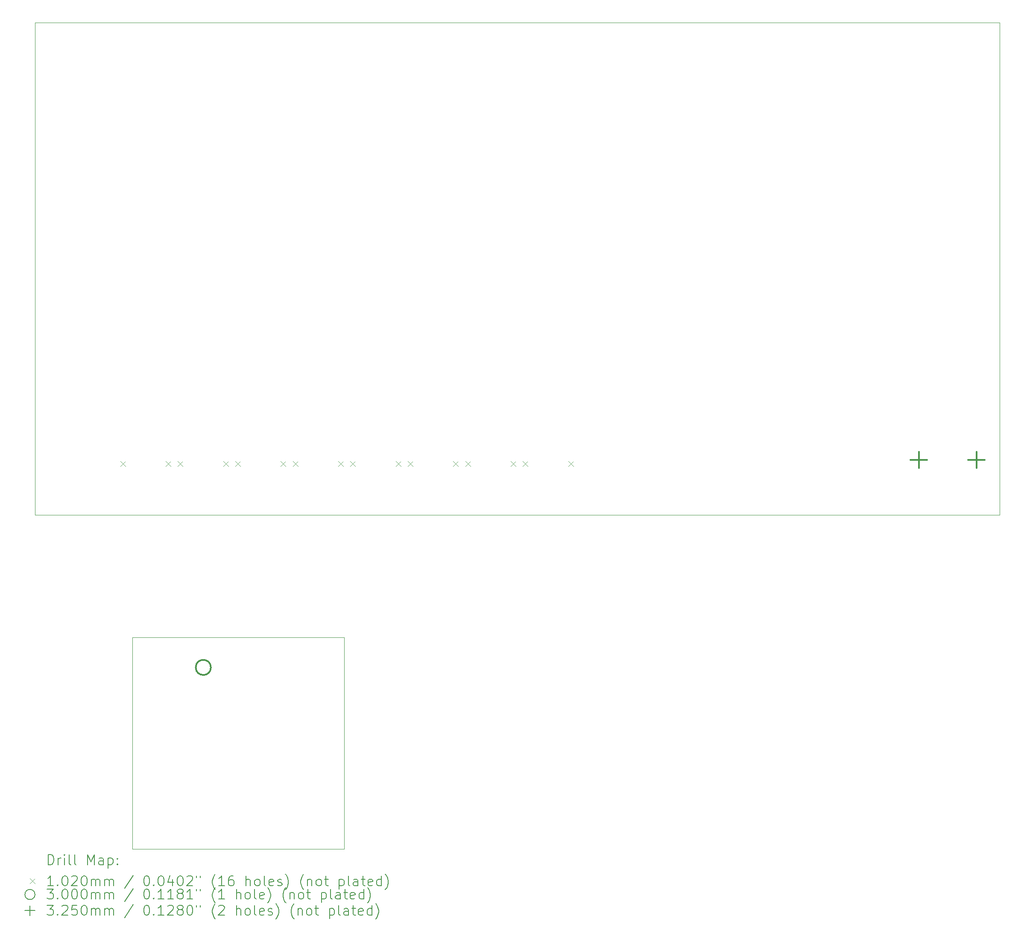
<source format=gbr>
%TF.GenerationSoftware,KiCad,Pcbnew,8.0.9*%
%TF.CreationDate,2025-08-04T10:44:07+12:00*%
%TF.ProjectId,xymatics-e64,78796d61-7469-4637-932d-6536342e6b69,rev?*%
%TF.SameCoordinates,Original*%
%TF.FileFunction,Drillmap*%
%TF.FilePolarity,Positive*%
%FSLAX45Y45*%
G04 Gerber Fmt 4.5, Leading zero omitted, Abs format (unit mm)*
G04 Created by KiCad (PCBNEW 8.0.9) date 2025-08-04 10:44:07*
%MOMM*%
%LPD*%
G01*
G04 APERTURE LIST*
%ADD10C,0.050000*%
%ADD11C,0.200000*%
%ADD12C,0.102000*%
%ADD13C,0.300000*%
%ADD14C,0.325000*%
G04 APERTURE END LIST*
D10*
X7400000Y-14800000D02*
X11600000Y-14800000D01*
X11600000Y-19000000D01*
X7400000Y-19000000D01*
X7400000Y-14800000D01*
X5475000Y-2600000D02*
X24600000Y-2600000D01*
X24600000Y-12375000D01*
X5475000Y-12375000D01*
X5475000Y-2600000D01*
D11*
D12*
X7164000Y-11305000D02*
X7266000Y-11407000D01*
X7266000Y-11305000D02*
X7164000Y-11407000D01*
X8064000Y-11305000D02*
X8166000Y-11407000D01*
X8166000Y-11305000D02*
X8064000Y-11407000D01*
X8304000Y-11305000D02*
X8406000Y-11407000D01*
X8406000Y-11305000D02*
X8304000Y-11407000D01*
X9204000Y-11305000D02*
X9306000Y-11407000D01*
X9306000Y-11305000D02*
X9204000Y-11407000D01*
X9444000Y-11305000D02*
X9546000Y-11407000D01*
X9546000Y-11305000D02*
X9444000Y-11407000D01*
X10344000Y-11305000D02*
X10446000Y-11407000D01*
X10446000Y-11305000D02*
X10344000Y-11407000D01*
X10584000Y-11305000D02*
X10686000Y-11407000D01*
X10686000Y-11305000D02*
X10584000Y-11407000D01*
X11484000Y-11305000D02*
X11586000Y-11407000D01*
X11586000Y-11305000D02*
X11484000Y-11407000D01*
X11724000Y-11305000D02*
X11826000Y-11407000D01*
X11826000Y-11305000D02*
X11724000Y-11407000D01*
X12624000Y-11305000D02*
X12726000Y-11407000D01*
X12726000Y-11305000D02*
X12624000Y-11407000D01*
X12864000Y-11305000D02*
X12966000Y-11407000D01*
X12966000Y-11305000D02*
X12864000Y-11407000D01*
X13764000Y-11305000D02*
X13866000Y-11407000D01*
X13866000Y-11305000D02*
X13764000Y-11407000D01*
X14004000Y-11305000D02*
X14106000Y-11407000D01*
X14106000Y-11305000D02*
X14004000Y-11407000D01*
X14904000Y-11305000D02*
X15006000Y-11407000D01*
X15006000Y-11305000D02*
X14904000Y-11407000D01*
X15144000Y-11305000D02*
X15246000Y-11407000D01*
X15246000Y-11305000D02*
X15144000Y-11407000D01*
X16044000Y-11305000D02*
X16146000Y-11407000D01*
X16146000Y-11305000D02*
X16044000Y-11407000D01*
D13*
X8960000Y-15400000D02*
G75*
G02*
X8660000Y-15400000I-150000J0D01*
G01*
X8660000Y-15400000D02*
G75*
G02*
X8960000Y-15400000I150000J0D01*
G01*
D14*
X22996500Y-11117500D02*
X22996500Y-11442500D01*
X22834000Y-11280000D02*
X23159000Y-11280000D01*
X24139500Y-11117500D02*
X24139500Y-11442500D01*
X23977000Y-11280000D02*
X24302000Y-11280000D01*
D11*
X5733277Y-19313984D02*
X5733277Y-19113984D01*
X5733277Y-19113984D02*
X5780896Y-19113984D01*
X5780896Y-19113984D02*
X5809467Y-19123508D01*
X5809467Y-19123508D02*
X5828515Y-19142555D01*
X5828515Y-19142555D02*
X5838039Y-19161603D01*
X5838039Y-19161603D02*
X5847562Y-19199698D01*
X5847562Y-19199698D02*
X5847562Y-19228270D01*
X5847562Y-19228270D02*
X5838039Y-19266365D01*
X5838039Y-19266365D02*
X5828515Y-19285412D01*
X5828515Y-19285412D02*
X5809467Y-19304460D01*
X5809467Y-19304460D02*
X5780896Y-19313984D01*
X5780896Y-19313984D02*
X5733277Y-19313984D01*
X5933277Y-19313984D02*
X5933277Y-19180650D01*
X5933277Y-19218746D02*
X5942801Y-19199698D01*
X5942801Y-19199698D02*
X5952324Y-19190174D01*
X5952324Y-19190174D02*
X5971372Y-19180650D01*
X5971372Y-19180650D02*
X5990420Y-19180650D01*
X6057086Y-19313984D02*
X6057086Y-19180650D01*
X6057086Y-19113984D02*
X6047562Y-19123508D01*
X6047562Y-19123508D02*
X6057086Y-19133031D01*
X6057086Y-19133031D02*
X6066610Y-19123508D01*
X6066610Y-19123508D02*
X6057086Y-19113984D01*
X6057086Y-19113984D02*
X6057086Y-19133031D01*
X6180896Y-19313984D02*
X6161848Y-19304460D01*
X6161848Y-19304460D02*
X6152324Y-19285412D01*
X6152324Y-19285412D02*
X6152324Y-19113984D01*
X6285658Y-19313984D02*
X6266610Y-19304460D01*
X6266610Y-19304460D02*
X6257086Y-19285412D01*
X6257086Y-19285412D02*
X6257086Y-19113984D01*
X6514229Y-19313984D02*
X6514229Y-19113984D01*
X6514229Y-19113984D02*
X6580896Y-19256841D01*
X6580896Y-19256841D02*
X6647562Y-19113984D01*
X6647562Y-19113984D02*
X6647562Y-19313984D01*
X6828515Y-19313984D02*
X6828515Y-19209222D01*
X6828515Y-19209222D02*
X6818991Y-19190174D01*
X6818991Y-19190174D02*
X6799943Y-19180650D01*
X6799943Y-19180650D02*
X6761848Y-19180650D01*
X6761848Y-19180650D02*
X6742801Y-19190174D01*
X6828515Y-19304460D02*
X6809467Y-19313984D01*
X6809467Y-19313984D02*
X6761848Y-19313984D01*
X6761848Y-19313984D02*
X6742801Y-19304460D01*
X6742801Y-19304460D02*
X6733277Y-19285412D01*
X6733277Y-19285412D02*
X6733277Y-19266365D01*
X6733277Y-19266365D02*
X6742801Y-19247317D01*
X6742801Y-19247317D02*
X6761848Y-19237793D01*
X6761848Y-19237793D02*
X6809467Y-19237793D01*
X6809467Y-19237793D02*
X6828515Y-19228270D01*
X6923753Y-19180650D02*
X6923753Y-19380650D01*
X6923753Y-19190174D02*
X6942801Y-19180650D01*
X6942801Y-19180650D02*
X6980896Y-19180650D01*
X6980896Y-19180650D02*
X6999943Y-19190174D01*
X6999943Y-19190174D02*
X7009467Y-19199698D01*
X7009467Y-19199698D02*
X7018991Y-19218746D01*
X7018991Y-19218746D02*
X7018991Y-19275889D01*
X7018991Y-19275889D02*
X7009467Y-19294936D01*
X7009467Y-19294936D02*
X6999943Y-19304460D01*
X6999943Y-19304460D02*
X6980896Y-19313984D01*
X6980896Y-19313984D02*
X6942801Y-19313984D01*
X6942801Y-19313984D02*
X6923753Y-19304460D01*
X7104705Y-19294936D02*
X7114229Y-19304460D01*
X7114229Y-19304460D02*
X7104705Y-19313984D01*
X7104705Y-19313984D02*
X7095182Y-19304460D01*
X7095182Y-19304460D02*
X7104705Y-19294936D01*
X7104705Y-19294936D02*
X7104705Y-19313984D01*
X7104705Y-19190174D02*
X7114229Y-19199698D01*
X7114229Y-19199698D02*
X7104705Y-19209222D01*
X7104705Y-19209222D02*
X7095182Y-19199698D01*
X7095182Y-19199698D02*
X7104705Y-19190174D01*
X7104705Y-19190174D02*
X7104705Y-19209222D01*
D12*
X5370500Y-19591500D02*
X5472500Y-19693500D01*
X5472500Y-19591500D02*
X5370500Y-19693500D01*
D11*
X5838039Y-19733984D02*
X5723753Y-19733984D01*
X5780896Y-19733984D02*
X5780896Y-19533984D01*
X5780896Y-19533984D02*
X5761848Y-19562555D01*
X5761848Y-19562555D02*
X5742801Y-19581603D01*
X5742801Y-19581603D02*
X5723753Y-19591127D01*
X5923753Y-19714936D02*
X5933277Y-19724460D01*
X5933277Y-19724460D02*
X5923753Y-19733984D01*
X5923753Y-19733984D02*
X5914229Y-19724460D01*
X5914229Y-19724460D02*
X5923753Y-19714936D01*
X5923753Y-19714936D02*
X5923753Y-19733984D01*
X6057086Y-19533984D02*
X6076134Y-19533984D01*
X6076134Y-19533984D02*
X6095182Y-19543508D01*
X6095182Y-19543508D02*
X6104705Y-19553031D01*
X6104705Y-19553031D02*
X6114229Y-19572079D01*
X6114229Y-19572079D02*
X6123753Y-19610174D01*
X6123753Y-19610174D02*
X6123753Y-19657793D01*
X6123753Y-19657793D02*
X6114229Y-19695889D01*
X6114229Y-19695889D02*
X6104705Y-19714936D01*
X6104705Y-19714936D02*
X6095182Y-19724460D01*
X6095182Y-19724460D02*
X6076134Y-19733984D01*
X6076134Y-19733984D02*
X6057086Y-19733984D01*
X6057086Y-19733984D02*
X6038039Y-19724460D01*
X6038039Y-19724460D02*
X6028515Y-19714936D01*
X6028515Y-19714936D02*
X6018991Y-19695889D01*
X6018991Y-19695889D02*
X6009467Y-19657793D01*
X6009467Y-19657793D02*
X6009467Y-19610174D01*
X6009467Y-19610174D02*
X6018991Y-19572079D01*
X6018991Y-19572079D02*
X6028515Y-19553031D01*
X6028515Y-19553031D02*
X6038039Y-19543508D01*
X6038039Y-19543508D02*
X6057086Y-19533984D01*
X6199943Y-19553031D02*
X6209467Y-19543508D01*
X6209467Y-19543508D02*
X6228515Y-19533984D01*
X6228515Y-19533984D02*
X6276134Y-19533984D01*
X6276134Y-19533984D02*
X6295182Y-19543508D01*
X6295182Y-19543508D02*
X6304705Y-19553031D01*
X6304705Y-19553031D02*
X6314229Y-19572079D01*
X6314229Y-19572079D02*
X6314229Y-19591127D01*
X6314229Y-19591127D02*
X6304705Y-19619698D01*
X6304705Y-19619698D02*
X6190420Y-19733984D01*
X6190420Y-19733984D02*
X6314229Y-19733984D01*
X6438039Y-19533984D02*
X6457086Y-19533984D01*
X6457086Y-19533984D02*
X6476134Y-19543508D01*
X6476134Y-19543508D02*
X6485658Y-19553031D01*
X6485658Y-19553031D02*
X6495182Y-19572079D01*
X6495182Y-19572079D02*
X6504705Y-19610174D01*
X6504705Y-19610174D02*
X6504705Y-19657793D01*
X6504705Y-19657793D02*
X6495182Y-19695889D01*
X6495182Y-19695889D02*
X6485658Y-19714936D01*
X6485658Y-19714936D02*
X6476134Y-19724460D01*
X6476134Y-19724460D02*
X6457086Y-19733984D01*
X6457086Y-19733984D02*
X6438039Y-19733984D01*
X6438039Y-19733984D02*
X6418991Y-19724460D01*
X6418991Y-19724460D02*
X6409467Y-19714936D01*
X6409467Y-19714936D02*
X6399943Y-19695889D01*
X6399943Y-19695889D02*
X6390420Y-19657793D01*
X6390420Y-19657793D02*
X6390420Y-19610174D01*
X6390420Y-19610174D02*
X6399943Y-19572079D01*
X6399943Y-19572079D02*
X6409467Y-19553031D01*
X6409467Y-19553031D02*
X6418991Y-19543508D01*
X6418991Y-19543508D02*
X6438039Y-19533984D01*
X6590420Y-19733984D02*
X6590420Y-19600650D01*
X6590420Y-19619698D02*
X6599943Y-19610174D01*
X6599943Y-19610174D02*
X6618991Y-19600650D01*
X6618991Y-19600650D02*
X6647563Y-19600650D01*
X6647563Y-19600650D02*
X6666610Y-19610174D01*
X6666610Y-19610174D02*
X6676134Y-19629222D01*
X6676134Y-19629222D02*
X6676134Y-19733984D01*
X6676134Y-19629222D02*
X6685658Y-19610174D01*
X6685658Y-19610174D02*
X6704705Y-19600650D01*
X6704705Y-19600650D02*
X6733277Y-19600650D01*
X6733277Y-19600650D02*
X6752324Y-19610174D01*
X6752324Y-19610174D02*
X6761848Y-19629222D01*
X6761848Y-19629222D02*
X6761848Y-19733984D01*
X6857086Y-19733984D02*
X6857086Y-19600650D01*
X6857086Y-19619698D02*
X6866610Y-19610174D01*
X6866610Y-19610174D02*
X6885658Y-19600650D01*
X6885658Y-19600650D02*
X6914229Y-19600650D01*
X6914229Y-19600650D02*
X6933277Y-19610174D01*
X6933277Y-19610174D02*
X6942801Y-19629222D01*
X6942801Y-19629222D02*
X6942801Y-19733984D01*
X6942801Y-19629222D02*
X6952324Y-19610174D01*
X6952324Y-19610174D02*
X6971372Y-19600650D01*
X6971372Y-19600650D02*
X6999943Y-19600650D01*
X6999943Y-19600650D02*
X7018991Y-19610174D01*
X7018991Y-19610174D02*
X7028515Y-19629222D01*
X7028515Y-19629222D02*
X7028515Y-19733984D01*
X7418991Y-19524460D02*
X7247563Y-19781603D01*
X7676134Y-19533984D02*
X7695182Y-19533984D01*
X7695182Y-19533984D02*
X7714229Y-19543508D01*
X7714229Y-19543508D02*
X7723753Y-19553031D01*
X7723753Y-19553031D02*
X7733277Y-19572079D01*
X7733277Y-19572079D02*
X7742801Y-19610174D01*
X7742801Y-19610174D02*
X7742801Y-19657793D01*
X7742801Y-19657793D02*
X7733277Y-19695889D01*
X7733277Y-19695889D02*
X7723753Y-19714936D01*
X7723753Y-19714936D02*
X7714229Y-19724460D01*
X7714229Y-19724460D02*
X7695182Y-19733984D01*
X7695182Y-19733984D02*
X7676134Y-19733984D01*
X7676134Y-19733984D02*
X7657086Y-19724460D01*
X7657086Y-19724460D02*
X7647563Y-19714936D01*
X7647563Y-19714936D02*
X7638039Y-19695889D01*
X7638039Y-19695889D02*
X7628515Y-19657793D01*
X7628515Y-19657793D02*
X7628515Y-19610174D01*
X7628515Y-19610174D02*
X7638039Y-19572079D01*
X7638039Y-19572079D02*
X7647563Y-19553031D01*
X7647563Y-19553031D02*
X7657086Y-19543508D01*
X7657086Y-19543508D02*
X7676134Y-19533984D01*
X7828515Y-19714936D02*
X7838039Y-19724460D01*
X7838039Y-19724460D02*
X7828515Y-19733984D01*
X7828515Y-19733984D02*
X7818991Y-19724460D01*
X7818991Y-19724460D02*
X7828515Y-19714936D01*
X7828515Y-19714936D02*
X7828515Y-19733984D01*
X7961848Y-19533984D02*
X7980896Y-19533984D01*
X7980896Y-19533984D02*
X7999944Y-19543508D01*
X7999944Y-19543508D02*
X8009467Y-19553031D01*
X8009467Y-19553031D02*
X8018991Y-19572079D01*
X8018991Y-19572079D02*
X8028515Y-19610174D01*
X8028515Y-19610174D02*
X8028515Y-19657793D01*
X8028515Y-19657793D02*
X8018991Y-19695889D01*
X8018991Y-19695889D02*
X8009467Y-19714936D01*
X8009467Y-19714936D02*
X7999944Y-19724460D01*
X7999944Y-19724460D02*
X7980896Y-19733984D01*
X7980896Y-19733984D02*
X7961848Y-19733984D01*
X7961848Y-19733984D02*
X7942801Y-19724460D01*
X7942801Y-19724460D02*
X7933277Y-19714936D01*
X7933277Y-19714936D02*
X7923753Y-19695889D01*
X7923753Y-19695889D02*
X7914229Y-19657793D01*
X7914229Y-19657793D02*
X7914229Y-19610174D01*
X7914229Y-19610174D02*
X7923753Y-19572079D01*
X7923753Y-19572079D02*
X7933277Y-19553031D01*
X7933277Y-19553031D02*
X7942801Y-19543508D01*
X7942801Y-19543508D02*
X7961848Y-19533984D01*
X8199944Y-19600650D02*
X8199944Y-19733984D01*
X8152325Y-19524460D02*
X8104706Y-19667317D01*
X8104706Y-19667317D02*
X8228515Y-19667317D01*
X8342801Y-19533984D02*
X8361848Y-19533984D01*
X8361848Y-19533984D02*
X8380896Y-19543508D01*
X8380896Y-19543508D02*
X8390420Y-19553031D01*
X8390420Y-19553031D02*
X8399944Y-19572079D01*
X8399944Y-19572079D02*
X8409468Y-19610174D01*
X8409468Y-19610174D02*
X8409468Y-19657793D01*
X8409468Y-19657793D02*
X8399944Y-19695889D01*
X8399944Y-19695889D02*
X8390420Y-19714936D01*
X8390420Y-19714936D02*
X8380896Y-19724460D01*
X8380896Y-19724460D02*
X8361848Y-19733984D01*
X8361848Y-19733984D02*
X8342801Y-19733984D01*
X8342801Y-19733984D02*
X8323753Y-19724460D01*
X8323753Y-19724460D02*
X8314229Y-19714936D01*
X8314229Y-19714936D02*
X8304706Y-19695889D01*
X8304706Y-19695889D02*
X8295182Y-19657793D01*
X8295182Y-19657793D02*
X8295182Y-19610174D01*
X8295182Y-19610174D02*
X8304706Y-19572079D01*
X8304706Y-19572079D02*
X8314229Y-19553031D01*
X8314229Y-19553031D02*
X8323753Y-19543508D01*
X8323753Y-19543508D02*
X8342801Y-19533984D01*
X8485658Y-19553031D02*
X8495182Y-19543508D01*
X8495182Y-19543508D02*
X8514229Y-19533984D01*
X8514229Y-19533984D02*
X8561849Y-19533984D01*
X8561849Y-19533984D02*
X8580896Y-19543508D01*
X8580896Y-19543508D02*
X8590420Y-19553031D01*
X8590420Y-19553031D02*
X8599944Y-19572079D01*
X8599944Y-19572079D02*
X8599944Y-19591127D01*
X8599944Y-19591127D02*
X8590420Y-19619698D01*
X8590420Y-19619698D02*
X8476134Y-19733984D01*
X8476134Y-19733984D02*
X8599944Y-19733984D01*
X8676134Y-19533984D02*
X8676134Y-19572079D01*
X8752325Y-19533984D02*
X8752325Y-19572079D01*
X9047563Y-19810174D02*
X9038039Y-19800650D01*
X9038039Y-19800650D02*
X9018991Y-19772079D01*
X9018991Y-19772079D02*
X9009468Y-19753031D01*
X9009468Y-19753031D02*
X8999944Y-19724460D01*
X8999944Y-19724460D02*
X8990420Y-19676841D01*
X8990420Y-19676841D02*
X8990420Y-19638746D01*
X8990420Y-19638746D02*
X8999944Y-19591127D01*
X8999944Y-19591127D02*
X9009468Y-19562555D01*
X9009468Y-19562555D02*
X9018991Y-19543508D01*
X9018991Y-19543508D02*
X9038039Y-19514936D01*
X9038039Y-19514936D02*
X9047563Y-19505412D01*
X9228515Y-19733984D02*
X9114230Y-19733984D01*
X9171372Y-19733984D02*
X9171372Y-19533984D01*
X9171372Y-19533984D02*
X9152325Y-19562555D01*
X9152325Y-19562555D02*
X9133277Y-19581603D01*
X9133277Y-19581603D02*
X9114230Y-19591127D01*
X9399944Y-19533984D02*
X9361849Y-19533984D01*
X9361849Y-19533984D02*
X9342801Y-19543508D01*
X9342801Y-19543508D02*
X9333277Y-19553031D01*
X9333277Y-19553031D02*
X9314230Y-19581603D01*
X9314230Y-19581603D02*
X9304706Y-19619698D01*
X9304706Y-19619698D02*
X9304706Y-19695889D01*
X9304706Y-19695889D02*
X9314230Y-19714936D01*
X9314230Y-19714936D02*
X9323753Y-19724460D01*
X9323753Y-19724460D02*
X9342801Y-19733984D01*
X9342801Y-19733984D02*
X9380896Y-19733984D01*
X9380896Y-19733984D02*
X9399944Y-19724460D01*
X9399944Y-19724460D02*
X9409468Y-19714936D01*
X9409468Y-19714936D02*
X9418991Y-19695889D01*
X9418991Y-19695889D02*
X9418991Y-19648270D01*
X9418991Y-19648270D02*
X9409468Y-19629222D01*
X9409468Y-19629222D02*
X9399944Y-19619698D01*
X9399944Y-19619698D02*
X9380896Y-19610174D01*
X9380896Y-19610174D02*
X9342801Y-19610174D01*
X9342801Y-19610174D02*
X9323753Y-19619698D01*
X9323753Y-19619698D02*
X9314230Y-19629222D01*
X9314230Y-19629222D02*
X9304706Y-19648270D01*
X9657087Y-19733984D02*
X9657087Y-19533984D01*
X9742801Y-19733984D02*
X9742801Y-19629222D01*
X9742801Y-19629222D02*
X9733277Y-19610174D01*
X9733277Y-19610174D02*
X9714230Y-19600650D01*
X9714230Y-19600650D02*
X9685658Y-19600650D01*
X9685658Y-19600650D02*
X9666611Y-19610174D01*
X9666611Y-19610174D02*
X9657087Y-19619698D01*
X9866611Y-19733984D02*
X9847563Y-19724460D01*
X9847563Y-19724460D02*
X9838039Y-19714936D01*
X9838039Y-19714936D02*
X9828515Y-19695889D01*
X9828515Y-19695889D02*
X9828515Y-19638746D01*
X9828515Y-19638746D02*
X9838039Y-19619698D01*
X9838039Y-19619698D02*
X9847563Y-19610174D01*
X9847563Y-19610174D02*
X9866611Y-19600650D01*
X9866611Y-19600650D02*
X9895182Y-19600650D01*
X9895182Y-19600650D02*
X9914230Y-19610174D01*
X9914230Y-19610174D02*
X9923753Y-19619698D01*
X9923753Y-19619698D02*
X9933277Y-19638746D01*
X9933277Y-19638746D02*
X9933277Y-19695889D01*
X9933277Y-19695889D02*
X9923753Y-19714936D01*
X9923753Y-19714936D02*
X9914230Y-19724460D01*
X9914230Y-19724460D02*
X9895182Y-19733984D01*
X9895182Y-19733984D02*
X9866611Y-19733984D01*
X10047563Y-19733984D02*
X10028515Y-19724460D01*
X10028515Y-19724460D02*
X10018992Y-19705412D01*
X10018992Y-19705412D02*
X10018992Y-19533984D01*
X10199944Y-19724460D02*
X10180896Y-19733984D01*
X10180896Y-19733984D02*
X10142801Y-19733984D01*
X10142801Y-19733984D02*
X10123753Y-19724460D01*
X10123753Y-19724460D02*
X10114230Y-19705412D01*
X10114230Y-19705412D02*
X10114230Y-19629222D01*
X10114230Y-19629222D02*
X10123753Y-19610174D01*
X10123753Y-19610174D02*
X10142801Y-19600650D01*
X10142801Y-19600650D02*
X10180896Y-19600650D01*
X10180896Y-19600650D02*
X10199944Y-19610174D01*
X10199944Y-19610174D02*
X10209468Y-19629222D01*
X10209468Y-19629222D02*
X10209468Y-19648270D01*
X10209468Y-19648270D02*
X10114230Y-19667317D01*
X10285658Y-19724460D02*
X10304706Y-19733984D01*
X10304706Y-19733984D02*
X10342801Y-19733984D01*
X10342801Y-19733984D02*
X10361849Y-19724460D01*
X10361849Y-19724460D02*
X10371373Y-19705412D01*
X10371373Y-19705412D02*
X10371373Y-19695889D01*
X10371373Y-19695889D02*
X10361849Y-19676841D01*
X10361849Y-19676841D02*
X10342801Y-19667317D01*
X10342801Y-19667317D02*
X10314230Y-19667317D01*
X10314230Y-19667317D02*
X10295182Y-19657793D01*
X10295182Y-19657793D02*
X10285658Y-19638746D01*
X10285658Y-19638746D02*
X10285658Y-19629222D01*
X10285658Y-19629222D02*
X10295182Y-19610174D01*
X10295182Y-19610174D02*
X10314230Y-19600650D01*
X10314230Y-19600650D02*
X10342801Y-19600650D01*
X10342801Y-19600650D02*
X10361849Y-19610174D01*
X10438039Y-19810174D02*
X10447563Y-19800650D01*
X10447563Y-19800650D02*
X10466611Y-19772079D01*
X10466611Y-19772079D02*
X10476134Y-19753031D01*
X10476134Y-19753031D02*
X10485658Y-19724460D01*
X10485658Y-19724460D02*
X10495182Y-19676841D01*
X10495182Y-19676841D02*
X10495182Y-19638746D01*
X10495182Y-19638746D02*
X10485658Y-19591127D01*
X10485658Y-19591127D02*
X10476134Y-19562555D01*
X10476134Y-19562555D02*
X10466611Y-19543508D01*
X10466611Y-19543508D02*
X10447563Y-19514936D01*
X10447563Y-19514936D02*
X10438039Y-19505412D01*
X10799944Y-19810174D02*
X10790420Y-19800650D01*
X10790420Y-19800650D02*
X10771373Y-19772079D01*
X10771373Y-19772079D02*
X10761849Y-19753031D01*
X10761849Y-19753031D02*
X10752325Y-19724460D01*
X10752325Y-19724460D02*
X10742801Y-19676841D01*
X10742801Y-19676841D02*
X10742801Y-19638746D01*
X10742801Y-19638746D02*
X10752325Y-19591127D01*
X10752325Y-19591127D02*
X10761849Y-19562555D01*
X10761849Y-19562555D02*
X10771373Y-19543508D01*
X10771373Y-19543508D02*
X10790420Y-19514936D01*
X10790420Y-19514936D02*
X10799944Y-19505412D01*
X10876134Y-19600650D02*
X10876134Y-19733984D01*
X10876134Y-19619698D02*
X10885658Y-19610174D01*
X10885658Y-19610174D02*
X10904706Y-19600650D01*
X10904706Y-19600650D02*
X10933277Y-19600650D01*
X10933277Y-19600650D02*
X10952325Y-19610174D01*
X10952325Y-19610174D02*
X10961849Y-19629222D01*
X10961849Y-19629222D02*
X10961849Y-19733984D01*
X11085658Y-19733984D02*
X11066611Y-19724460D01*
X11066611Y-19724460D02*
X11057087Y-19714936D01*
X11057087Y-19714936D02*
X11047563Y-19695889D01*
X11047563Y-19695889D02*
X11047563Y-19638746D01*
X11047563Y-19638746D02*
X11057087Y-19619698D01*
X11057087Y-19619698D02*
X11066611Y-19610174D01*
X11066611Y-19610174D02*
X11085658Y-19600650D01*
X11085658Y-19600650D02*
X11114230Y-19600650D01*
X11114230Y-19600650D02*
X11133277Y-19610174D01*
X11133277Y-19610174D02*
X11142801Y-19619698D01*
X11142801Y-19619698D02*
X11152325Y-19638746D01*
X11152325Y-19638746D02*
X11152325Y-19695889D01*
X11152325Y-19695889D02*
X11142801Y-19714936D01*
X11142801Y-19714936D02*
X11133277Y-19724460D01*
X11133277Y-19724460D02*
X11114230Y-19733984D01*
X11114230Y-19733984D02*
X11085658Y-19733984D01*
X11209468Y-19600650D02*
X11285658Y-19600650D01*
X11238039Y-19533984D02*
X11238039Y-19705412D01*
X11238039Y-19705412D02*
X11247563Y-19724460D01*
X11247563Y-19724460D02*
X11266611Y-19733984D01*
X11266611Y-19733984D02*
X11285658Y-19733984D01*
X11504706Y-19600650D02*
X11504706Y-19800650D01*
X11504706Y-19610174D02*
X11523753Y-19600650D01*
X11523753Y-19600650D02*
X11561849Y-19600650D01*
X11561849Y-19600650D02*
X11580896Y-19610174D01*
X11580896Y-19610174D02*
X11590420Y-19619698D01*
X11590420Y-19619698D02*
X11599944Y-19638746D01*
X11599944Y-19638746D02*
X11599944Y-19695889D01*
X11599944Y-19695889D02*
X11590420Y-19714936D01*
X11590420Y-19714936D02*
X11580896Y-19724460D01*
X11580896Y-19724460D02*
X11561849Y-19733984D01*
X11561849Y-19733984D02*
X11523753Y-19733984D01*
X11523753Y-19733984D02*
X11504706Y-19724460D01*
X11714230Y-19733984D02*
X11695182Y-19724460D01*
X11695182Y-19724460D02*
X11685658Y-19705412D01*
X11685658Y-19705412D02*
X11685658Y-19533984D01*
X11876134Y-19733984D02*
X11876134Y-19629222D01*
X11876134Y-19629222D02*
X11866611Y-19610174D01*
X11866611Y-19610174D02*
X11847563Y-19600650D01*
X11847563Y-19600650D02*
X11809468Y-19600650D01*
X11809468Y-19600650D02*
X11790420Y-19610174D01*
X11876134Y-19724460D02*
X11857087Y-19733984D01*
X11857087Y-19733984D02*
X11809468Y-19733984D01*
X11809468Y-19733984D02*
X11790420Y-19724460D01*
X11790420Y-19724460D02*
X11780896Y-19705412D01*
X11780896Y-19705412D02*
X11780896Y-19686365D01*
X11780896Y-19686365D02*
X11790420Y-19667317D01*
X11790420Y-19667317D02*
X11809468Y-19657793D01*
X11809468Y-19657793D02*
X11857087Y-19657793D01*
X11857087Y-19657793D02*
X11876134Y-19648270D01*
X11942801Y-19600650D02*
X12018992Y-19600650D01*
X11971373Y-19533984D02*
X11971373Y-19705412D01*
X11971373Y-19705412D02*
X11980896Y-19724460D01*
X11980896Y-19724460D02*
X11999944Y-19733984D01*
X11999944Y-19733984D02*
X12018992Y-19733984D01*
X12161849Y-19724460D02*
X12142801Y-19733984D01*
X12142801Y-19733984D02*
X12104706Y-19733984D01*
X12104706Y-19733984D02*
X12085658Y-19724460D01*
X12085658Y-19724460D02*
X12076134Y-19705412D01*
X12076134Y-19705412D02*
X12076134Y-19629222D01*
X12076134Y-19629222D02*
X12085658Y-19610174D01*
X12085658Y-19610174D02*
X12104706Y-19600650D01*
X12104706Y-19600650D02*
X12142801Y-19600650D01*
X12142801Y-19600650D02*
X12161849Y-19610174D01*
X12161849Y-19610174D02*
X12171373Y-19629222D01*
X12171373Y-19629222D02*
X12171373Y-19648270D01*
X12171373Y-19648270D02*
X12076134Y-19667317D01*
X12342801Y-19733984D02*
X12342801Y-19533984D01*
X12342801Y-19724460D02*
X12323754Y-19733984D01*
X12323754Y-19733984D02*
X12285658Y-19733984D01*
X12285658Y-19733984D02*
X12266611Y-19724460D01*
X12266611Y-19724460D02*
X12257087Y-19714936D01*
X12257087Y-19714936D02*
X12247563Y-19695889D01*
X12247563Y-19695889D02*
X12247563Y-19638746D01*
X12247563Y-19638746D02*
X12257087Y-19619698D01*
X12257087Y-19619698D02*
X12266611Y-19610174D01*
X12266611Y-19610174D02*
X12285658Y-19600650D01*
X12285658Y-19600650D02*
X12323754Y-19600650D01*
X12323754Y-19600650D02*
X12342801Y-19610174D01*
X12418992Y-19810174D02*
X12428515Y-19800650D01*
X12428515Y-19800650D02*
X12447563Y-19772079D01*
X12447563Y-19772079D02*
X12457087Y-19753031D01*
X12457087Y-19753031D02*
X12466611Y-19724460D01*
X12466611Y-19724460D02*
X12476134Y-19676841D01*
X12476134Y-19676841D02*
X12476134Y-19638746D01*
X12476134Y-19638746D02*
X12466611Y-19591127D01*
X12466611Y-19591127D02*
X12457087Y-19562555D01*
X12457087Y-19562555D02*
X12447563Y-19543508D01*
X12447563Y-19543508D02*
X12428515Y-19514936D01*
X12428515Y-19514936D02*
X12418992Y-19505412D01*
X5472500Y-19906500D02*
G75*
G02*
X5272500Y-19906500I-100000J0D01*
G01*
X5272500Y-19906500D02*
G75*
G02*
X5472500Y-19906500I100000J0D01*
G01*
X5714229Y-19797984D02*
X5838039Y-19797984D01*
X5838039Y-19797984D02*
X5771372Y-19874174D01*
X5771372Y-19874174D02*
X5799943Y-19874174D01*
X5799943Y-19874174D02*
X5818991Y-19883698D01*
X5818991Y-19883698D02*
X5828515Y-19893222D01*
X5828515Y-19893222D02*
X5838039Y-19912270D01*
X5838039Y-19912270D02*
X5838039Y-19959889D01*
X5838039Y-19959889D02*
X5828515Y-19978936D01*
X5828515Y-19978936D02*
X5818991Y-19988460D01*
X5818991Y-19988460D02*
X5799943Y-19997984D01*
X5799943Y-19997984D02*
X5742801Y-19997984D01*
X5742801Y-19997984D02*
X5723753Y-19988460D01*
X5723753Y-19988460D02*
X5714229Y-19978936D01*
X5923753Y-19978936D02*
X5933277Y-19988460D01*
X5933277Y-19988460D02*
X5923753Y-19997984D01*
X5923753Y-19997984D02*
X5914229Y-19988460D01*
X5914229Y-19988460D02*
X5923753Y-19978936D01*
X5923753Y-19978936D02*
X5923753Y-19997984D01*
X6057086Y-19797984D02*
X6076134Y-19797984D01*
X6076134Y-19797984D02*
X6095182Y-19807508D01*
X6095182Y-19807508D02*
X6104705Y-19817031D01*
X6104705Y-19817031D02*
X6114229Y-19836079D01*
X6114229Y-19836079D02*
X6123753Y-19874174D01*
X6123753Y-19874174D02*
X6123753Y-19921793D01*
X6123753Y-19921793D02*
X6114229Y-19959889D01*
X6114229Y-19959889D02*
X6104705Y-19978936D01*
X6104705Y-19978936D02*
X6095182Y-19988460D01*
X6095182Y-19988460D02*
X6076134Y-19997984D01*
X6076134Y-19997984D02*
X6057086Y-19997984D01*
X6057086Y-19997984D02*
X6038039Y-19988460D01*
X6038039Y-19988460D02*
X6028515Y-19978936D01*
X6028515Y-19978936D02*
X6018991Y-19959889D01*
X6018991Y-19959889D02*
X6009467Y-19921793D01*
X6009467Y-19921793D02*
X6009467Y-19874174D01*
X6009467Y-19874174D02*
X6018991Y-19836079D01*
X6018991Y-19836079D02*
X6028515Y-19817031D01*
X6028515Y-19817031D02*
X6038039Y-19807508D01*
X6038039Y-19807508D02*
X6057086Y-19797984D01*
X6247562Y-19797984D02*
X6266610Y-19797984D01*
X6266610Y-19797984D02*
X6285658Y-19807508D01*
X6285658Y-19807508D02*
X6295182Y-19817031D01*
X6295182Y-19817031D02*
X6304705Y-19836079D01*
X6304705Y-19836079D02*
X6314229Y-19874174D01*
X6314229Y-19874174D02*
X6314229Y-19921793D01*
X6314229Y-19921793D02*
X6304705Y-19959889D01*
X6304705Y-19959889D02*
X6295182Y-19978936D01*
X6295182Y-19978936D02*
X6285658Y-19988460D01*
X6285658Y-19988460D02*
X6266610Y-19997984D01*
X6266610Y-19997984D02*
X6247562Y-19997984D01*
X6247562Y-19997984D02*
X6228515Y-19988460D01*
X6228515Y-19988460D02*
X6218991Y-19978936D01*
X6218991Y-19978936D02*
X6209467Y-19959889D01*
X6209467Y-19959889D02*
X6199943Y-19921793D01*
X6199943Y-19921793D02*
X6199943Y-19874174D01*
X6199943Y-19874174D02*
X6209467Y-19836079D01*
X6209467Y-19836079D02*
X6218991Y-19817031D01*
X6218991Y-19817031D02*
X6228515Y-19807508D01*
X6228515Y-19807508D02*
X6247562Y-19797984D01*
X6438039Y-19797984D02*
X6457086Y-19797984D01*
X6457086Y-19797984D02*
X6476134Y-19807508D01*
X6476134Y-19807508D02*
X6485658Y-19817031D01*
X6485658Y-19817031D02*
X6495182Y-19836079D01*
X6495182Y-19836079D02*
X6504705Y-19874174D01*
X6504705Y-19874174D02*
X6504705Y-19921793D01*
X6504705Y-19921793D02*
X6495182Y-19959889D01*
X6495182Y-19959889D02*
X6485658Y-19978936D01*
X6485658Y-19978936D02*
X6476134Y-19988460D01*
X6476134Y-19988460D02*
X6457086Y-19997984D01*
X6457086Y-19997984D02*
X6438039Y-19997984D01*
X6438039Y-19997984D02*
X6418991Y-19988460D01*
X6418991Y-19988460D02*
X6409467Y-19978936D01*
X6409467Y-19978936D02*
X6399943Y-19959889D01*
X6399943Y-19959889D02*
X6390420Y-19921793D01*
X6390420Y-19921793D02*
X6390420Y-19874174D01*
X6390420Y-19874174D02*
X6399943Y-19836079D01*
X6399943Y-19836079D02*
X6409467Y-19817031D01*
X6409467Y-19817031D02*
X6418991Y-19807508D01*
X6418991Y-19807508D02*
X6438039Y-19797984D01*
X6590420Y-19997984D02*
X6590420Y-19864650D01*
X6590420Y-19883698D02*
X6599943Y-19874174D01*
X6599943Y-19874174D02*
X6618991Y-19864650D01*
X6618991Y-19864650D02*
X6647563Y-19864650D01*
X6647563Y-19864650D02*
X6666610Y-19874174D01*
X6666610Y-19874174D02*
X6676134Y-19893222D01*
X6676134Y-19893222D02*
X6676134Y-19997984D01*
X6676134Y-19893222D02*
X6685658Y-19874174D01*
X6685658Y-19874174D02*
X6704705Y-19864650D01*
X6704705Y-19864650D02*
X6733277Y-19864650D01*
X6733277Y-19864650D02*
X6752324Y-19874174D01*
X6752324Y-19874174D02*
X6761848Y-19893222D01*
X6761848Y-19893222D02*
X6761848Y-19997984D01*
X6857086Y-19997984D02*
X6857086Y-19864650D01*
X6857086Y-19883698D02*
X6866610Y-19874174D01*
X6866610Y-19874174D02*
X6885658Y-19864650D01*
X6885658Y-19864650D02*
X6914229Y-19864650D01*
X6914229Y-19864650D02*
X6933277Y-19874174D01*
X6933277Y-19874174D02*
X6942801Y-19893222D01*
X6942801Y-19893222D02*
X6942801Y-19997984D01*
X6942801Y-19893222D02*
X6952324Y-19874174D01*
X6952324Y-19874174D02*
X6971372Y-19864650D01*
X6971372Y-19864650D02*
X6999943Y-19864650D01*
X6999943Y-19864650D02*
X7018991Y-19874174D01*
X7018991Y-19874174D02*
X7028515Y-19893222D01*
X7028515Y-19893222D02*
X7028515Y-19997984D01*
X7418991Y-19788460D02*
X7247563Y-20045603D01*
X7676134Y-19797984D02*
X7695182Y-19797984D01*
X7695182Y-19797984D02*
X7714229Y-19807508D01*
X7714229Y-19807508D02*
X7723753Y-19817031D01*
X7723753Y-19817031D02*
X7733277Y-19836079D01*
X7733277Y-19836079D02*
X7742801Y-19874174D01*
X7742801Y-19874174D02*
X7742801Y-19921793D01*
X7742801Y-19921793D02*
X7733277Y-19959889D01*
X7733277Y-19959889D02*
X7723753Y-19978936D01*
X7723753Y-19978936D02*
X7714229Y-19988460D01*
X7714229Y-19988460D02*
X7695182Y-19997984D01*
X7695182Y-19997984D02*
X7676134Y-19997984D01*
X7676134Y-19997984D02*
X7657086Y-19988460D01*
X7657086Y-19988460D02*
X7647563Y-19978936D01*
X7647563Y-19978936D02*
X7638039Y-19959889D01*
X7638039Y-19959889D02*
X7628515Y-19921793D01*
X7628515Y-19921793D02*
X7628515Y-19874174D01*
X7628515Y-19874174D02*
X7638039Y-19836079D01*
X7638039Y-19836079D02*
X7647563Y-19817031D01*
X7647563Y-19817031D02*
X7657086Y-19807508D01*
X7657086Y-19807508D02*
X7676134Y-19797984D01*
X7828515Y-19978936D02*
X7838039Y-19988460D01*
X7838039Y-19988460D02*
X7828515Y-19997984D01*
X7828515Y-19997984D02*
X7818991Y-19988460D01*
X7818991Y-19988460D02*
X7828515Y-19978936D01*
X7828515Y-19978936D02*
X7828515Y-19997984D01*
X8028515Y-19997984D02*
X7914229Y-19997984D01*
X7971372Y-19997984D02*
X7971372Y-19797984D01*
X7971372Y-19797984D02*
X7952325Y-19826555D01*
X7952325Y-19826555D02*
X7933277Y-19845603D01*
X7933277Y-19845603D02*
X7914229Y-19855127D01*
X8218991Y-19997984D02*
X8104706Y-19997984D01*
X8161848Y-19997984D02*
X8161848Y-19797984D01*
X8161848Y-19797984D02*
X8142801Y-19826555D01*
X8142801Y-19826555D02*
X8123753Y-19845603D01*
X8123753Y-19845603D02*
X8104706Y-19855127D01*
X8333277Y-19883698D02*
X8314229Y-19874174D01*
X8314229Y-19874174D02*
X8304706Y-19864650D01*
X8304706Y-19864650D02*
X8295182Y-19845603D01*
X8295182Y-19845603D02*
X8295182Y-19836079D01*
X8295182Y-19836079D02*
X8304706Y-19817031D01*
X8304706Y-19817031D02*
X8314229Y-19807508D01*
X8314229Y-19807508D02*
X8333277Y-19797984D01*
X8333277Y-19797984D02*
X8371372Y-19797984D01*
X8371372Y-19797984D02*
X8390420Y-19807508D01*
X8390420Y-19807508D02*
X8399944Y-19817031D01*
X8399944Y-19817031D02*
X8409468Y-19836079D01*
X8409468Y-19836079D02*
X8409468Y-19845603D01*
X8409468Y-19845603D02*
X8399944Y-19864650D01*
X8399944Y-19864650D02*
X8390420Y-19874174D01*
X8390420Y-19874174D02*
X8371372Y-19883698D01*
X8371372Y-19883698D02*
X8333277Y-19883698D01*
X8333277Y-19883698D02*
X8314229Y-19893222D01*
X8314229Y-19893222D02*
X8304706Y-19902746D01*
X8304706Y-19902746D02*
X8295182Y-19921793D01*
X8295182Y-19921793D02*
X8295182Y-19959889D01*
X8295182Y-19959889D02*
X8304706Y-19978936D01*
X8304706Y-19978936D02*
X8314229Y-19988460D01*
X8314229Y-19988460D02*
X8333277Y-19997984D01*
X8333277Y-19997984D02*
X8371372Y-19997984D01*
X8371372Y-19997984D02*
X8390420Y-19988460D01*
X8390420Y-19988460D02*
X8399944Y-19978936D01*
X8399944Y-19978936D02*
X8409468Y-19959889D01*
X8409468Y-19959889D02*
X8409468Y-19921793D01*
X8409468Y-19921793D02*
X8399944Y-19902746D01*
X8399944Y-19902746D02*
X8390420Y-19893222D01*
X8390420Y-19893222D02*
X8371372Y-19883698D01*
X8599944Y-19997984D02*
X8485658Y-19997984D01*
X8542801Y-19997984D02*
X8542801Y-19797984D01*
X8542801Y-19797984D02*
X8523753Y-19826555D01*
X8523753Y-19826555D02*
X8504706Y-19845603D01*
X8504706Y-19845603D02*
X8485658Y-19855127D01*
X8676134Y-19797984D02*
X8676134Y-19836079D01*
X8752325Y-19797984D02*
X8752325Y-19836079D01*
X9047563Y-20074174D02*
X9038039Y-20064650D01*
X9038039Y-20064650D02*
X9018991Y-20036079D01*
X9018991Y-20036079D02*
X9009468Y-20017031D01*
X9009468Y-20017031D02*
X8999944Y-19988460D01*
X8999944Y-19988460D02*
X8990420Y-19940841D01*
X8990420Y-19940841D02*
X8990420Y-19902746D01*
X8990420Y-19902746D02*
X8999944Y-19855127D01*
X8999944Y-19855127D02*
X9009468Y-19826555D01*
X9009468Y-19826555D02*
X9018991Y-19807508D01*
X9018991Y-19807508D02*
X9038039Y-19778936D01*
X9038039Y-19778936D02*
X9047563Y-19769412D01*
X9228515Y-19997984D02*
X9114230Y-19997984D01*
X9171372Y-19997984D02*
X9171372Y-19797984D01*
X9171372Y-19797984D02*
X9152325Y-19826555D01*
X9152325Y-19826555D02*
X9133277Y-19845603D01*
X9133277Y-19845603D02*
X9114230Y-19855127D01*
X9466611Y-19997984D02*
X9466611Y-19797984D01*
X9552325Y-19997984D02*
X9552325Y-19893222D01*
X9552325Y-19893222D02*
X9542801Y-19874174D01*
X9542801Y-19874174D02*
X9523753Y-19864650D01*
X9523753Y-19864650D02*
X9495182Y-19864650D01*
X9495182Y-19864650D02*
X9476134Y-19874174D01*
X9476134Y-19874174D02*
X9466611Y-19883698D01*
X9676134Y-19997984D02*
X9657087Y-19988460D01*
X9657087Y-19988460D02*
X9647563Y-19978936D01*
X9647563Y-19978936D02*
X9638039Y-19959889D01*
X9638039Y-19959889D02*
X9638039Y-19902746D01*
X9638039Y-19902746D02*
X9647563Y-19883698D01*
X9647563Y-19883698D02*
X9657087Y-19874174D01*
X9657087Y-19874174D02*
X9676134Y-19864650D01*
X9676134Y-19864650D02*
X9704706Y-19864650D01*
X9704706Y-19864650D02*
X9723753Y-19874174D01*
X9723753Y-19874174D02*
X9733277Y-19883698D01*
X9733277Y-19883698D02*
X9742801Y-19902746D01*
X9742801Y-19902746D02*
X9742801Y-19959889D01*
X9742801Y-19959889D02*
X9733277Y-19978936D01*
X9733277Y-19978936D02*
X9723753Y-19988460D01*
X9723753Y-19988460D02*
X9704706Y-19997984D01*
X9704706Y-19997984D02*
X9676134Y-19997984D01*
X9857087Y-19997984D02*
X9838039Y-19988460D01*
X9838039Y-19988460D02*
X9828515Y-19969412D01*
X9828515Y-19969412D02*
X9828515Y-19797984D01*
X10009468Y-19988460D02*
X9990420Y-19997984D01*
X9990420Y-19997984D02*
X9952325Y-19997984D01*
X9952325Y-19997984D02*
X9933277Y-19988460D01*
X9933277Y-19988460D02*
X9923753Y-19969412D01*
X9923753Y-19969412D02*
X9923753Y-19893222D01*
X9923753Y-19893222D02*
X9933277Y-19874174D01*
X9933277Y-19874174D02*
X9952325Y-19864650D01*
X9952325Y-19864650D02*
X9990420Y-19864650D01*
X9990420Y-19864650D02*
X10009468Y-19874174D01*
X10009468Y-19874174D02*
X10018992Y-19893222D01*
X10018992Y-19893222D02*
X10018992Y-19912270D01*
X10018992Y-19912270D02*
X9923753Y-19931317D01*
X10085658Y-20074174D02*
X10095182Y-20064650D01*
X10095182Y-20064650D02*
X10114230Y-20036079D01*
X10114230Y-20036079D02*
X10123753Y-20017031D01*
X10123753Y-20017031D02*
X10133277Y-19988460D01*
X10133277Y-19988460D02*
X10142801Y-19940841D01*
X10142801Y-19940841D02*
X10142801Y-19902746D01*
X10142801Y-19902746D02*
X10133277Y-19855127D01*
X10133277Y-19855127D02*
X10123753Y-19826555D01*
X10123753Y-19826555D02*
X10114230Y-19807508D01*
X10114230Y-19807508D02*
X10095182Y-19778936D01*
X10095182Y-19778936D02*
X10085658Y-19769412D01*
X10447563Y-20074174D02*
X10438039Y-20064650D01*
X10438039Y-20064650D02*
X10418992Y-20036079D01*
X10418992Y-20036079D02*
X10409468Y-20017031D01*
X10409468Y-20017031D02*
X10399944Y-19988460D01*
X10399944Y-19988460D02*
X10390420Y-19940841D01*
X10390420Y-19940841D02*
X10390420Y-19902746D01*
X10390420Y-19902746D02*
X10399944Y-19855127D01*
X10399944Y-19855127D02*
X10409468Y-19826555D01*
X10409468Y-19826555D02*
X10418992Y-19807508D01*
X10418992Y-19807508D02*
X10438039Y-19778936D01*
X10438039Y-19778936D02*
X10447563Y-19769412D01*
X10523753Y-19864650D02*
X10523753Y-19997984D01*
X10523753Y-19883698D02*
X10533277Y-19874174D01*
X10533277Y-19874174D02*
X10552325Y-19864650D01*
X10552325Y-19864650D02*
X10580896Y-19864650D01*
X10580896Y-19864650D02*
X10599944Y-19874174D01*
X10599944Y-19874174D02*
X10609468Y-19893222D01*
X10609468Y-19893222D02*
X10609468Y-19997984D01*
X10733277Y-19997984D02*
X10714230Y-19988460D01*
X10714230Y-19988460D02*
X10704706Y-19978936D01*
X10704706Y-19978936D02*
X10695182Y-19959889D01*
X10695182Y-19959889D02*
X10695182Y-19902746D01*
X10695182Y-19902746D02*
X10704706Y-19883698D01*
X10704706Y-19883698D02*
X10714230Y-19874174D01*
X10714230Y-19874174D02*
X10733277Y-19864650D01*
X10733277Y-19864650D02*
X10761849Y-19864650D01*
X10761849Y-19864650D02*
X10780896Y-19874174D01*
X10780896Y-19874174D02*
X10790420Y-19883698D01*
X10790420Y-19883698D02*
X10799944Y-19902746D01*
X10799944Y-19902746D02*
X10799944Y-19959889D01*
X10799944Y-19959889D02*
X10790420Y-19978936D01*
X10790420Y-19978936D02*
X10780896Y-19988460D01*
X10780896Y-19988460D02*
X10761849Y-19997984D01*
X10761849Y-19997984D02*
X10733277Y-19997984D01*
X10857087Y-19864650D02*
X10933277Y-19864650D01*
X10885658Y-19797984D02*
X10885658Y-19969412D01*
X10885658Y-19969412D02*
X10895182Y-19988460D01*
X10895182Y-19988460D02*
X10914230Y-19997984D01*
X10914230Y-19997984D02*
X10933277Y-19997984D01*
X11152325Y-19864650D02*
X11152325Y-20064650D01*
X11152325Y-19874174D02*
X11171373Y-19864650D01*
X11171373Y-19864650D02*
X11209468Y-19864650D01*
X11209468Y-19864650D02*
X11228515Y-19874174D01*
X11228515Y-19874174D02*
X11238039Y-19883698D01*
X11238039Y-19883698D02*
X11247563Y-19902746D01*
X11247563Y-19902746D02*
X11247563Y-19959889D01*
X11247563Y-19959889D02*
X11238039Y-19978936D01*
X11238039Y-19978936D02*
X11228515Y-19988460D01*
X11228515Y-19988460D02*
X11209468Y-19997984D01*
X11209468Y-19997984D02*
X11171373Y-19997984D01*
X11171373Y-19997984D02*
X11152325Y-19988460D01*
X11361849Y-19997984D02*
X11342801Y-19988460D01*
X11342801Y-19988460D02*
X11333277Y-19969412D01*
X11333277Y-19969412D02*
X11333277Y-19797984D01*
X11523753Y-19997984D02*
X11523753Y-19893222D01*
X11523753Y-19893222D02*
X11514230Y-19874174D01*
X11514230Y-19874174D02*
X11495182Y-19864650D01*
X11495182Y-19864650D02*
X11457087Y-19864650D01*
X11457087Y-19864650D02*
X11438039Y-19874174D01*
X11523753Y-19988460D02*
X11504706Y-19997984D01*
X11504706Y-19997984D02*
X11457087Y-19997984D01*
X11457087Y-19997984D02*
X11438039Y-19988460D01*
X11438039Y-19988460D02*
X11428515Y-19969412D01*
X11428515Y-19969412D02*
X11428515Y-19950365D01*
X11428515Y-19950365D02*
X11438039Y-19931317D01*
X11438039Y-19931317D02*
X11457087Y-19921793D01*
X11457087Y-19921793D02*
X11504706Y-19921793D01*
X11504706Y-19921793D02*
X11523753Y-19912270D01*
X11590420Y-19864650D02*
X11666611Y-19864650D01*
X11618992Y-19797984D02*
X11618992Y-19969412D01*
X11618992Y-19969412D02*
X11628515Y-19988460D01*
X11628515Y-19988460D02*
X11647563Y-19997984D01*
X11647563Y-19997984D02*
X11666611Y-19997984D01*
X11809468Y-19988460D02*
X11790420Y-19997984D01*
X11790420Y-19997984D02*
X11752325Y-19997984D01*
X11752325Y-19997984D02*
X11733277Y-19988460D01*
X11733277Y-19988460D02*
X11723753Y-19969412D01*
X11723753Y-19969412D02*
X11723753Y-19893222D01*
X11723753Y-19893222D02*
X11733277Y-19874174D01*
X11733277Y-19874174D02*
X11752325Y-19864650D01*
X11752325Y-19864650D02*
X11790420Y-19864650D01*
X11790420Y-19864650D02*
X11809468Y-19874174D01*
X11809468Y-19874174D02*
X11818992Y-19893222D01*
X11818992Y-19893222D02*
X11818992Y-19912270D01*
X11818992Y-19912270D02*
X11723753Y-19931317D01*
X11990420Y-19997984D02*
X11990420Y-19797984D01*
X11990420Y-19988460D02*
X11971373Y-19997984D01*
X11971373Y-19997984D02*
X11933277Y-19997984D01*
X11933277Y-19997984D02*
X11914230Y-19988460D01*
X11914230Y-19988460D02*
X11904706Y-19978936D01*
X11904706Y-19978936D02*
X11895182Y-19959889D01*
X11895182Y-19959889D02*
X11895182Y-19902746D01*
X11895182Y-19902746D02*
X11904706Y-19883698D01*
X11904706Y-19883698D02*
X11914230Y-19874174D01*
X11914230Y-19874174D02*
X11933277Y-19864650D01*
X11933277Y-19864650D02*
X11971373Y-19864650D01*
X11971373Y-19864650D02*
X11990420Y-19874174D01*
X12066611Y-20074174D02*
X12076134Y-20064650D01*
X12076134Y-20064650D02*
X12095182Y-20036079D01*
X12095182Y-20036079D02*
X12104706Y-20017031D01*
X12104706Y-20017031D02*
X12114230Y-19988460D01*
X12114230Y-19988460D02*
X12123753Y-19940841D01*
X12123753Y-19940841D02*
X12123753Y-19902746D01*
X12123753Y-19902746D02*
X12114230Y-19855127D01*
X12114230Y-19855127D02*
X12104706Y-19826555D01*
X12104706Y-19826555D02*
X12095182Y-19807508D01*
X12095182Y-19807508D02*
X12076134Y-19778936D01*
X12076134Y-19778936D02*
X12066611Y-19769412D01*
X5372500Y-20126500D02*
X5372500Y-20326500D01*
X5272500Y-20226500D02*
X5472500Y-20226500D01*
X5714229Y-20117984D02*
X5838039Y-20117984D01*
X5838039Y-20117984D02*
X5771372Y-20194174D01*
X5771372Y-20194174D02*
X5799943Y-20194174D01*
X5799943Y-20194174D02*
X5818991Y-20203698D01*
X5818991Y-20203698D02*
X5828515Y-20213222D01*
X5828515Y-20213222D02*
X5838039Y-20232270D01*
X5838039Y-20232270D02*
X5838039Y-20279889D01*
X5838039Y-20279889D02*
X5828515Y-20298936D01*
X5828515Y-20298936D02*
X5818991Y-20308460D01*
X5818991Y-20308460D02*
X5799943Y-20317984D01*
X5799943Y-20317984D02*
X5742801Y-20317984D01*
X5742801Y-20317984D02*
X5723753Y-20308460D01*
X5723753Y-20308460D02*
X5714229Y-20298936D01*
X5923753Y-20298936D02*
X5933277Y-20308460D01*
X5933277Y-20308460D02*
X5923753Y-20317984D01*
X5923753Y-20317984D02*
X5914229Y-20308460D01*
X5914229Y-20308460D02*
X5923753Y-20298936D01*
X5923753Y-20298936D02*
X5923753Y-20317984D01*
X6009467Y-20137031D02*
X6018991Y-20127508D01*
X6018991Y-20127508D02*
X6038039Y-20117984D01*
X6038039Y-20117984D02*
X6085658Y-20117984D01*
X6085658Y-20117984D02*
X6104705Y-20127508D01*
X6104705Y-20127508D02*
X6114229Y-20137031D01*
X6114229Y-20137031D02*
X6123753Y-20156079D01*
X6123753Y-20156079D02*
X6123753Y-20175127D01*
X6123753Y-20175127D02*
X6114229Y-20203698D01*
X6114229Y-20203698D02*
X5999943Y-20317984D01*
X5999943Y-20317984D02*
X6123753Y-20317984D01*
X6304705Y-20117984D02*
X6209467Y-20117984D01*
X6209467Y-20117984D02*
X6199943Y-20213222D01*
X6199943Y-20213222D02*
X6209467Y-20203698D01*
X6209467Y-20203698D02*
X6228515Y-20194174D01*
X6228515Y-20194174D02*
X6276134Y-20194174D01*
X6276134Y-20194174D02*
X6295182Y-20203698D01*
X6295182Y-20203698D02*
X6304705Y-20213222D01*
X6304705Y-20213222D02*
X6314229Y-20232270D01*
X6314229Y-20232270D02*
X6314229Y-20279889D01*
X6314229Y-20279889D02*
X6304705Y-20298936D01*
X6304705Y-20298936D02*
X6295182Y-20308460D01*
X6295182Y-20308460D02*
X6276134Y-20317984D01*
X6276134Y-20317984D02*
X6228515Y-20317984D01*
X6228515Y-20317984D02*
X6209467Y-20308460D01*
X6209467Y-20308460D02*
X6199943Y-20298936D01*
X6438039Y-20117984D02*
X6457086Y-20117984D01*
X6457086Y-20117984D02*
X6476134Y-20127508D01*
X6476134Y-20127508D02*
X6485658Y-20137031D01*
X6485658Y-20137031D02*
X6495182Y-20156079D01*
X6495182Y-20156079D02*
X6504705Y-20194174D01*
X6504705Y-20194174D02*
X6504705Y-20241793D01*
X6504705Y-20241793D02*
X6495182Y-20279889D01*
X6495182Y-20279889D02*
X6485658Y-20298936D01*
X6485658Y-20298936D02*
X6476134Y-20308460D01*
X6476134Y-20308460D02*
X6457086Y-20317984D01*
X6457086Y-20317984D02*
X6438039Y-20317984D01*
X6438039Y-20317984D02*
X6418991Y-20308460D01*
X6418991Y-20308460D02*
X6409467Y-20298936D01*
X6409467Y-20298936D02*
X6399943Y-20279889D01*
X6399943Y-20279889D02*
X6390420Y-20241793D01*
X6390420Y-20241793D02*
X6390420Y-20194174D01*
X6390420Y-20194174D02*
X6399943Y-20156079D01*
X6399943Y-20156079D02*
X6409467Y-20137031D01*
X6409467Y-20137031D02*
X6418991Y-20127508D01*
X6418991Y-20127508D02*
X6438039Y-20117984D01*
X6590420Y-20317984D02*
X6590420Y-20184650D01*
X6590420Y-20203698D02*
X6599943Y-20194174D01*
X6599943Y-20194174D02*
X6618991Y-20184650D01*
X6618991Y-20184650D02*
X6647563Y-20184650D01*
X6647563Y-20184650D02*
X6666610Y-20194174D01*
X6666610Y-20194174D02*
X6676134Y-20213222D01*
X6676134Y-20213222D02*
X6676134Y-20317984D01*
X6676134Y-20213222D02*
X6685658Y-20194174D01*
X6685658Y-20194174D02*
X6704705Y-20184650D01*
X6704705Y-20184650D02*
X6733277Y-20184650D01*
X6733277Y-20184650D02*
X6752324Y-20194174D01*
X6752324Y-20194174D02*
X6761848Y-20213222D01*
X6761848Y-20213222D02*
X6761848Y-20317984D01*
X6857086Y-20317984D02*
X6857086Y-20184650D01*
X6857086Y-20203698D02*
X6866610Y-20194174D01*
X6866610Y-20194174D02*
X6885658Y-20184650D01*
X6885658Y-20184650D02*
X6914229Y-20184650D01*
X6914229Y-20184650D02*
X6933277Y-20194174D01*
X6933277Y-20194174D02*
X6942801Y-20213222D01*
X6942801Y-20213222D02*
X6942801Y-20317984D01*
X6942801Y-20213222D02*
X6952324Y-20194174D01*
X6952324Y-20194174D02*
X6971372Y-20184650D01*
X6971372Y-20184650D02*
X6999943Y-20184650D01*
X6999943Y-20184650D02*
X7018991Y-20194174D01*
X7018991Y-20194174D02*
X7028515Y-20213222D01*
X7028515Y-20213222D02*
X7028515Y-20317984D01*
X7418991Y-20108460D02*
X7247563Y-20365603D01*
X7676134Y-20117984D02*
X7695182Y-20117984D01*
X7695182Y-20117984D02*
X7714229Y-20127508D01*
X7714229Y-20127508D02*
X7723753Y-20137031D01*
X7723753Y-20137031D02*
X7733277Y-20156079D01*
X7733277Y-20156079D02*
X7742801Y-20194174D01*
X7742801Y-20194174D02*
X7742801Y-20241793D01*
X7742801Y-20241793D02*
X7733277Y-20279889D01*
X7733277Y-20279889D02*
X7723753Y-20298936D01*
X7723753Y-20298936D02*
X7714229Y-20308460D01*
X7714229Y-20308460D02*
X7695182Y-20317984D01*
X7695182Y-20317984D02*
X7676134Y-20317984D01*
X7676134Y-20317984D02*
X7657086Y-20308460D01*
X7657086Y-20308460D02*
X7647563Y-20298936D01*
X7647563Y-20298936D02*
X7638039Y-20279889D01*
X7638039Y-20279889D02*
X7628515Y-20241793D01*
X7628515Y-20241793D02*
X7628515Y-20194174D01*
X7628515Y-20194174D02*
X7638039Y-20156079D01*
X7638039Y-20156079D02*
X7647563Y-20137031D01*
X7647563Y-20137031D02*
X7657086Y-20127508D01*
X7657086Y-20127508D02*
X7676134Y-20117984D01*
X7828515Y-20298936D02*
X7838039Y-20308460D01*
X7838039Y-20308460D02*
X7828515Y-20317984D01*
X7828515Y-20317984D02*
X7818991Y-20308460D01*
X7818991Y-20308460D02*
X7828515Y-20298936D01*
X7828515Y-20298936D02*
X7828515Y-20317984D01*
X8028515Y-20317984D02*
X7914229Y-20317984D01*
X7971372Y-20317984D02*
X7971372Y-20117984D01*
X7971372Y-20117984D02*
X7952325Y-20146555D01*
X7952325Y-20146555D02*
X7933277Y-20165603D01*
X7933277Y-20165603D02*
X7914229Y-20175127D01*
X8104706Y-20137031D02*
X8114229Y-20127508D01*
X8114229Y-20127508D02*
X8133277Y-20117984D01*
X8133277Y-20117984D02*
X8180896Y-20117984D01*
X8180896Y-20117984D02*
X8199944Y-20127508D01*
X8199944Y-20127508D02*
X8209467Y-20137031D01*
X8209467Y-20137031D02*
X8218991Y-20156079D01*
X8218991Y-20156079D02*
X8218991Y-20175127D01*
X8218991Y-20175127D02*
X8209467Y-20203698D01*
X8209467Y-20203698D02*
X8095182Y-20317984D01*
X8095182Y-20317984D02*
X8218991Y-20317984D01*
X8333277Y-20203698D02*
X8314229Y-20194174D01*
X8314229Y-20194174D02*
X8304706Y-20184650D01*
X8304706Y-20184650D02*
X8295182Y-20165603D01*
X8295182Y-20165603D02*
X8295182Y-20156079D01*
X8295182Y-20156079D02*
X8304706Y-20137031D01*
X8304706Y-20137031D02*
X8314229Y-20127508D01*
X8314229Y-20127508D02*
X8333277Y-20117984D01*
X8333277Y-20117984D02*
X8371372Y-20117984D01*
X8371372Y-20117984D02*
X8390420Y-20127508D01*
X8390420Y-20127508D02*
X8399944Y-20137031D01*
X8399944Y-20137031D02*
X8409468Y-20156079D01*
X8409468Y-20156079D02*
X8409468Y-20165603D01*
X8409468Y-20165603D02*
X8399944Y-20184650D01*
X8399944Y-20184650D02*
X8390420Y-20194174D01*
X8390420Y-20194174D02*
X8371372Y-20203698D01*
X8371372Y-20203698D02*
X8333277Y-20203698D01*
X8333277Y-20203698D02*
X8314229Y-20213222D01*
X8314229Y-20213222D02*
X8304706Y-20222746D01*
X8304706Y-20222746D02*
X8295182Y-20241793D01*
X8295182Y-20241793D02*
X8295182Y-20279889D01*
X8295182Y-20279889D02*
X8304706Y-20298936D01*
X8304706Y-20298936D02*
X8314229Y-20308460D01*
X8314229Y-20308460D02*
X8333277Y-20317984D01*
X8333277Y-20317984D02*
X8371372Y-20317984D01*
X8371372Y-20317984D02*
X8390420Y-20308460D01*
X8390420Y-20308460D02*
X8399944Y-20298936D01*
X8399944Y-20298936D02*
X8409468Y-20279889D01*
X8409468Y-20279889D02*
X8409468Y-20241793D01*
X8409468Y-20241793D02*
X8399944Y-20222746D01*
X8399944Y-20222746D02*
X8390420Y-20213222D01*
X8390420Y-20213222D02*
X8371372Y-20203698D01*
X8533277Y-20117984D02*
X8552325Y-20117984D01*
X8552325Y-20117984D02*
X8571372Y-20127508D01*
X8571372Y-20127508D02*
X8580896Y-20137031D01*
X8580896Y-20137031D02*
X8590420Y-20156079D01*
X8590420Y-20156079D02*
X8599944Y-20194174D01*
X8599944Y-20194174D02*
X8599944Y-20241793D01*
X8599944Y-20241793D02*
X8590420Y-20279889D01*
X8590420Y-20279889D02*
X8580896Y-20298936D01*
X8580896Y-20298936D02*
X8571372Y-20308460D01*
X8571372Y-20308460D02*
X8552325Y-20317984D01*
X8552325Y-20317984D02*
X8533277Y-20317984D01*
X8533277Y-20317984D02*
X8514229Y-20308460D01*
X8514229Y-20308460D02*
X8504706Y-20298936D01*
X8504706Y-20298936D02*
X8495182Y-20279889D01*
X8495182Y-20279889D02*
X8485658Y-20241793D01*
X8485658Y-20241793D02*
X8485658Y-20194174D01*
X8485658Y-20194174D02*
X8495182Y-20156079D01*
X8495182Y-20156079D02*
X8504706Y-20137031D01*
X8504706Y-20137031D02*
X8514229Y-20127508D01*
X8514229Y-20127508D02*
X8533277Y-20117984D01*
X8676134Y-20117984D02*
X8676134Y-20156079D01*
X8752325Y-20117984D02*
X8752325Y-20156079D01*
X9047563Y-20394174D02*
X9038039Y-20384650D01*
X9038039Y-20384650D02*
X9018991Y-20356079D01*
X9018991Y-20356079D02*
X9009468Y-20337031D01*
X9009468Y-20337031D02*
X8999944Y-20308460D01*
X8999944Y-20308460D02*
X8990420Y-20260841D01*
X8990420Y-20260841D02*
X8990420Y-20222746D01*
X8990420Y-20222746D02*
X8999944Y-20175127D01*
X8999944Y-20175127D02*
X9009468Y-20146555D01*
X9009468Y-20146555D02*
X9018991Y-20127508D01*
X9018991Y-20127508D02*
X9038039Y-20098936D01*
X9038039Y-20098936D02*
X9047563Y-20089412D01*
X9114230Y-20137031D02*
X9123753Y-20127508D01*
X9123753Y-20127508D02*
X9142801Y-20117984D01*
X9142801Y-20117984D02*
X9190420Y-20117984D01*
X9190420Y-20117984D02*
X9209468Y-20127508D01*
X9209468Y-20127508D02*
X9218991Y-20137031D01*
X9218991Y-20137031D02*
X9228515Y-20156079D01*
X9228515Y-20156079D02*
X9228515Y-20175127D01*
X9228515Y-20175127D02*
X9218991Y-20203698D01*
X9218991Y-20203698D02*
X9104706Y-20317984D01*
X9104706Y-20317984D02*
X9228515Y-20317984D01*
X9466611Y-20317984D02*
X9466611Y-20117984D01*
X9552325Y-20317984D02*
X9552325Y-20213222D01*
X9552325Y-20213222D02*
X9542801Y-20194174D01*
X9542801Y-20194174D02*
X9523753Y-20184650D01*
X9523753Y-20184650D02*
X9495182Y-20184650D01*
X9495182Y-20184650D02*
X9476134Y-20194174D01*
X9476134Y-20194174D02*
X9466611Y-20203698D01*
X9676134Y-20317984D02*
X9657087Y-20308460D01*
X9657087Y-20308460D02*
X9647563Y-20298936D01*
X9647563Y-20298936D02*
X9638039Y-20279889D01*
X9638039Y-20279889D02*
X9638039Y-20222746D01*
X9638039Y-20222746D02*
X9647563Y-20203698D01*
X9647563Y-20203698D02*
X9657087Y-20194174D01*
X9657087Y-20194174D02*
X9676134Y-20184650D01*
X9676134Y-20184650D02*
X9704706Y-20184650D01*
X9704706Y-20184650D02*
X9723753Y-20194174D01*
X9723753Y-20194174D02*
X9733277Y-20203698D01*
X9733277Y-20203698D02*
X9742801Y-20222746D01*
X9742801Y-20222746D02*
X9742801Y-20279889D01*
X9742801Y-20279889D02*
X9733277Y-20298936D01*
X9733277Y-20298936D02*
X9723753Y-20308460D01*
X9723753Y-20308460D02*
X9704706Y-20317984D01*
X9704706Y-20317984D02*
X9676134Y-20317984D01*
X9857087Y-20317984D02*
X9838039Y-20308460D01*
X9838039Y-20308460D02*
X9828515Y-20289412D01*
X9828515Y-20289412D02*
X9828515Y-20117984D01*
X10009468Y-20308460D02*
X9990420Y-20317984D01*
X9990420Y-20317984D02*
X9952325Y-20317984D01*
X9952325Y-20317984D02*
X9933277Y-20308460D01*
X9933277Y-20308460D02*
X9923753Y-20289412D01*
X9923753Y-20289412D02*
X9923753Y-20213222D01*
X9923753Y-20213222D02*
X9933277Y-20194174D01*
X9933277Y-20194174D02*
X9952325Y-20184650D01*
X9952325Y-20184650D02*
X9990420Y-20184650D01*
X9990420Y-20184650D02*
X10009468Y-20194174D01*
X10009468Y-20194174D02*
X10018992Y-20213222D01*
X10018992Y-20213222D02*
X10018992Y-20232270D01*
X10018992Y-20232270D02*
X9923753Y-20251317D01*
X10095182Y-20308460D02*
X10114230Y-20317984D01*
X10114230Y-20317984D02*
X10152325Y-20317984D01*
X10152325Y-20317984D02*
X10171373Y-20308460D01*
X10171373Y-20308460D02*
X10180896Y-20289412D01*
X10180896Y-20289412D02*
X10180896Y-20279889D01*
X10180896Y-20279889D02*
X10171373Y-20260841D01*
X10171373Y-20260841D02*
X10152325Y-20251317D01*
X10152325Y-20251317D02*
X10123753Y-20251317D01*
X10123753Y-20251317D02*
X10104706Y-20241793D01*
X10104706Y-20241793D02*
X10095182Y-20222746D01*
X10095182Y-20222746D02*
X10095182Y-20213222D01*
X10095182Y-20213222D02*
X10104706Y-20194174D01*
X10104706Y-20194174D02*
X10123753Y-20184650D01*
X10123753Y-20184650D02*
X10152325Y-20184650D01*
X10152325Y-20184650D02*
X10171373Y-20194174D01*
X10247563Y-20394174D02*
X10257087Y-20384650D01*
X10257087Y-20384650D02*
X10276134Y-20356079D01*
X10276134Y-20356079D02*
X10285658Y-20337031D01*
X10285658Y-20337031D02*
X10295182Y-20308460D01*
X10295182Y-20308460D02*
X10304706Y-20260841D01*
X10304706Y-20260841D02*
X10304706Y-20222746D01*
X10304706Y-20222746D02*
X10295182Y-20175127D01*
X10295182Y-20175127D02*
X10285658Y-20146555D01*
X10285658Y-20146555D02*
X10276134Y-20127508D01*
X10276134Y-20127508D02*
X10257087Y-20098936D01*
X10257087Y-20098936D02*
X10247563Y-20089412D01*
X10609468Y-20394174D02*
X10599944Y-20384650D01*
X10599944Y-20384650D02*
X10580896Y-20356079D01*
X10580896Y-20356079D02*
X10571373Y-20337031D01*
X10571373Y-20337031D02*
X10561849Y-20308460D01*
X10561849Y-20308460D02*
X10552325Y-20260841D01*
X10552325Y-20260841D02*
X10552325Y-20222746D01*
X10552325Y-20222746D02*
X10561849Y-20175127D01*
X10561849Y-20175127D02*
X10571373Y-20146555D01*
X10571373Y-20146555D02*
X10580896Y-20127508D01*
X10580896Y-20127508D02*
X10599944Y-20098936D01*
X10599944Y-20098936D02*
X10609468Y-20089412D01*
X10685658Y-20184650D02*
X10685658Y-20317984D01*
X10685658Y-20203698D02*
X10695182Y-20194174D01*
X10695182Y-20194174D02*
X10714230Y-20184650D01*
X10714230Y-20184650D02*
X10742801Y-20184650D01*
X10742801Y-20184650D02*
X10761849Y-20194174D01*
X10761849Y-20194174D02*
X10771373Y-20213222D01*
X10771373Y-20213222D02*
X10771373Y-20317984D01*
X10895182Y-20317984D02*
X10876134Y-20308460D01*
X10876134Y-20308460D02*
X10866611Y-20298936D01*
X10866611Y-20298936D02*
X10857087Y-20279889D01*
X10857087Y-20279889D02*
X10857087Y-20222746D01*
X10857087Y-20222746D02*
X10866611Y-20203698D01*
X10866611Y-20203698D02*
X10876134Y-20194174D01*
X10876134Y-20194174D02*
X10895182Y-20184650D01*
X10895182Y-20184650D02*
X10923754Y-20184650D01*
X10923754Y-20184650D02*
X10942801Y-20194174D01*
X10942801Y-20194174D02*
X10952325Y-20203698D01*
X10952325Y-20203698D02*
X10961849Y-20222746D01*
X10961849Y-20222746D02*
X10961849Y-20279889D01*
X10961849Y-20279889D02*
X10952325Y-20298936D01*
X10952325Y-20298936D02*
X10942801Y-20308460D01*
X10942801Y-20308460D02*
X10923754Y-20317984D01*
X10923754Y-20317984D02*
X10895182Y-20317984D01*
X11018992Y-20184650D02*
X11095182Y-20184650D01*
X11047563Y-20117984D02*
X11047563Y-20289412D01*
X11047563Y-20289412D02*
X11057087Y-20308460D01*
X11057087Y-20308460D02*
X11076134Y-20317984D01*
X11076134Y-20317984D02*
X11095182Y-20317984D01*
X11314230Y-20184650D02*
X11314230Y-20384650D01*
X11314230Y-20194174D02*
X11333277Y-20184650D01*
X11333277Y-20184650D02*
X11371373Y-20184650D01*
X11371373Y-20184650D02*
X11390420Y-20194174D01*
X11390420Y-20194174D02*
X11399944Y-20203698D01*
X11399944Y-20203698D02*
X11409468Y-20222746D01*
X11409468Y-20222746D02*
X11409468Y-20279889D01*
X11409468Y-20279889D02*
X11399944Y-20298936D01*
X11399944Y-20298936D02*
X11390420Y-20308460D01*
X11390420Y-20308460D02*
X11371373Y-20317984D01*
X11371373Y-20317984D02*
X11333277Y-20317984D01*
X11333277Y-20317984D02*
X11314230Y-20308460D01*
X11523753Y-20317984D02*
X11504706Y-20308460D01*
X11504706Y-20308460D02*
X11495182Y-20289412D01*
X11495182Y-20289412D02*
X11495182Y-20117984D01*
X11685658Y-20317984D02*
X11685658Y-20213222D01*
X11685658Y-20213222D02*
X11676134Y-20194174D01*
X11676134Y-20194174D02*
X11657087Y-20184650D01*
X11657087Y-20184650D02*
X11618992Y-20184650D01*
X11618992Y-20184650D02*
X11599944Y-20194174D01*
X11685658Y-20308460D02*
X11666611Y-20317984D01*
X11666611Y-20317984D02*
X11618992Y-20317984D01*
X11618992Y-20317984D02*
X11599944Y-20308460D01*
X11599944Y-20308460D02*
X11590420Y-20289412D01*
X11590420Y-20289412D02*
X11590420Y-20270365D01*
X11590420Y-20270365D02*
X11599944Y-20251317D01*
X11599944Y-20251317D02*
X11618992Y-20241793D01*
X11618992Y-20241793D02*
X11666611Y-20241793D01*
X11666611Y-20241793D02*
X11685658Y-20232270D01*
X11752325Y-20184650D02*
X11828515Y-20184650D01*
X11780896Y-20117984D02*
X11780896Y-20289412D01*
X11780896Y-20289412D02*
X11790420Y-20308460D01*
X11790420Y-20308460D02*
X11809468Y-20317984D01*
X11809468Y-20317984D02*
X11828515Y-20317984D01*
X11971373Y-20308460D02*
X11952325Y-20317984D01*
X11952325Y-20317984D02*
X11914230Y-20317984D01*
X11914230Y-20317984D02*
X11895182Y-20308460D01*
X11895182Y-20308460D02*
X11885658Y-20289412D01*
X11885658Y-20289412D02*
X11885658Y-20213222D01*
X11885658Y-20213222D02*
X11895182Y-20194174D01*
X11895182Y-20194174D02*
X11914230Y-20184650D01*
X11914230Y-20184650D02*
X11952325Y-20184650D01*
X11952325Y-20184650D02*
X11971373Y-20194174D01*
X11971373Y-20194174D02*
X11980896Y-20213222D01*
X11980896Y-20213222D02*
X11980896Y-20232270D01*
X11980896Y-20232270D02*
X11885658Y-20251317D01*
X12152325Y-20317984D02*
X12152325Y-20117984D01*
X12152325Y-20308460D02*
X12133277Y-20317984D01*
X12133277Y-20317984D02*
X12095182Y-20317984D01*
X12095182Y-20317984D02*
X12076134Y-20308460D01*
X12076134Y-20308460D02*
X12066611Y-20298936D01*
X12066611Y-20298936D02*
X12057087Y-20279889D01*
X12057087Y-20279889D02*
X12057087Y-20222746D01*
X12057087Y-20222746D02*
X12066611Y-20203698D01*
X12066611Y-20203698D02*
X12076134Y-20194174D01*
X12076134Y-20194174D02*
X12095182Y-20184650D01*
X12095182Y-20184650D02*
X12133277Y-20184650D01*
X12133277Y-20184650D02*
X12152325Y-20194174D01*
X12228515Y-20394174D02*
X12238039Y-20384650D01*
X12238039Y-20384650D02*
X12257087Y-20356079D01*
X12257087Y-20356079D02*
X12266611Y-20337031D01*
X12266611Y-20337031D02*
X12276134Y-20308460D01*
X12276134Y-20308460D02*
X12285658Y-20260841D01*
X12285658Y-20260841D02*
X12285658Y-20222746D01*
X12285658Y-20222746D02*
X12276134Y-20175127D01*
X12276134Y-20175127D02*
X12266611Y-20146555D01*
X12266611Y-20146555D02*
X12257087Y-20127508D01*
X12257087Y-20127508D02*
X12238039Y-20098936D01*
X12238039Y-20098936D02*
X12228515Y-20089412D01*
M02*

</source>
